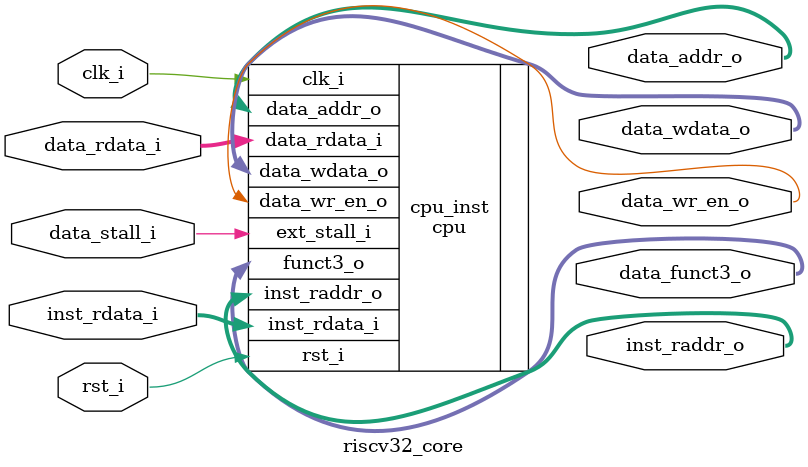
<source format=v>
/*

Module: riscv_core.v

Function:
    Top-level module for RISC-V CPU core

Copyright Notice and License Information:
    Copyright 2019 MCCI Corporation

    This file is part of the MCCI Catena RISC-V FPGA core,
    https://github.com/mcci-catena/catena-riscv32-fpga.

    catena-risc32v-fpga is free software: you can redistribute it
    and/or modify it under the terms of the GNU General Public License
    as published by the Free Software Foundation, either version 3 of
    the License, or (at your option) any later version.

    catena-risc32v-fpga is distributed in the hope that it will
    be useful, but WITHOUT ANY WARRANTY; without even the implied
    warranty of MERCHANTABILITY or FITNESS FOR A PARTICULAR PURPOSE.
    See the GNU General Public License for more details.

    You should have received a copy of the GNU General Public License
    along with this program.  If not, see <https://www.gnu.org/licenses/>.

*/

//================================================================================
// Config parameters (0 - no support, 1 - support)
//================================================================================
// INC_ECC_ACC: Decides the support of ECC HW accelerator
//              If 0, SW code needs to support all functions in SW
// INC_TRNG   : Decides the support of HW based TRNG
// INC_AES_ACC: Decides the support of AES HW accelerator
//================================================================================

`include "./define.v"

`include "./cpu.v"          //RISC-V 32I Core
`include "./reg_file.v"     //register file
`include "./pc_calc.v"      //PC Calculation
`include "./alu.v"          //ALU
`include "./mult16.v"       //ALU MUL


//================================================================================
//================================================================================
//================================================================================
module riscv32_core #(
    parameter PC_RESET_ADDR  = 32'h00000000, // PC reset address
              HAS_MULT       = 1,            // 1 - Include MULT in RISCV
              UNSIGNED_MULT  = 1             // 1 - MULT supports only unsigned operation
)(
    input           clk_i,            // RISC-V & HW ACCs clock
    input           rst_i,            // Active high reset
    input  [31 : 0] inst_rdata_i,     // the instruction data bus
    input  [31 : 0] data_rdata_i,     // the data in bus
    input           data_stall_i,     // the data stall (not-ready) bit

    output [31 : 0] inst_raddr_o,     // the instruction read-address
    output [31 : 0] data_addr_o,      // the data adress
    output [ 2 : 0] data_funct3_o,    // the data function
    output [31 : 0] data_wdata_o,     // the write data bus
    output          data_wr_en_o      // the write-enable bit
);
    //================================================================================
    // Internal signals
    //================================================================================


    //================================================================================
    // CPU
    // - Reset CPU when IROM is loaded from outside (SCE)
    // - Prevent CPU reset in HCE
    //================================================================================

    cpu #(.PC_RESET_ADDR(PC_RESET_ADDR), .HAS_MULT(HAS_MULT), .UNSIGNED_MULT(UNSIGNED_MULT))
    cpu_inst(
        .clk_i        (clk_i            ), // Input Clock
        .rst_i        (rst_i            ), // Input Reset
        .inst_rdata_i (inst_rdata_i     ), // Input data from Instruction unit
        .data_rdata_i (data_rdata_i     ), // Input data from memory unit
        .ext_stall_i  (data_stall_i     ), // Stall Signal from Accelerator
        .inst_raddr_o (inst_raddr_o     ), // Read Address to Instruction Memory Unit
        .funct3_o     (data_funct3_o    ), // RISC-V funct3 to Data Memory Unit
        .data_addr_o  (data_addr_o      ), // Read Address to Data Memory Unit
        .data_wdata_o (data_wdata_o     ), // Write Data to Data Memory Unit
        .data_wr_en_o (data_wr_en_o     )  // Write Enable to Data Memory Unit
    );

endmodule

</source>
